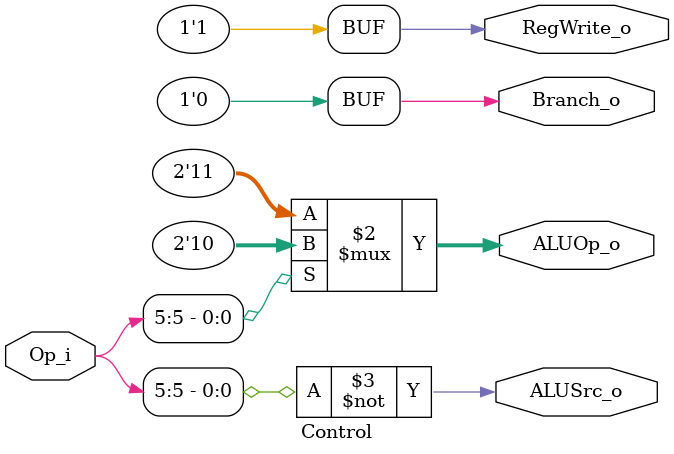
<source format=v>
module Control
(
    Op_i, 
    ALUOp_o,
    ALUSrc_o,
    RegWrite_o,
    Branch_o
);

// Ports
input   [6:0]       Op_i;
output  [1:0]       ALUOp_o;
output              ALUSrc_o;
output              RegWrite_o;
output              Branch_o;

assign ALUOp_o = (Op_i[5] == 1) ? 2'b10 : 2'b11;
assign ALUSrc_o = ~Op_i[5];
assign RegWrite_o = 1;
assign Branch_o = 0;

endmodule
</source>
